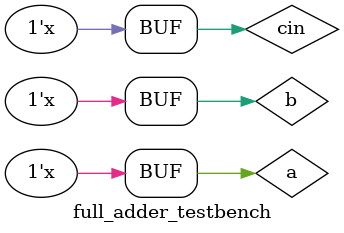
<source format=v>
`timescale 1ns / 1ps

module fulladder(a,b,cin,s,p,g);
input a,b,cin;
output s,p,g;
assign s = a ^ b ^cin;
assign p = a^b;
assign g = a&b;
endmodule
//testbench for full adder
module full_adder_testbench;

	// Inputs
	reg a;
	reg b;
	reg cin;

	// Outputs
	wire s;
	wire p;
	wire g;

	// Instantiate the Unit Under Test (UUT)
	fulladder uut (
		.a(a), 
		.b(b), 
		.cin(cin), 
		.s(s), 
		.p(p), 
		.g(g)
	);

	initial begin
		// Initialize Inputs
		a = 0;
		b = 0;
		cin = 0;

		// Wait 100 ns for global reset to finish
		#100;
		
		// Add stimulus here

	end
	fulladder f1(a,b,cin,s,p,g);
	always #6 a =~a;
   always #3 b =~b;
   always #12 cin = ~cin;
	always @ *
	begin
	$monitor("\ta=%b\tb=%b\tcin=%b\ts=%b\tp=%b\tg=%b",a,b,cin,s,p,g);
	end
endmodule

</source>
